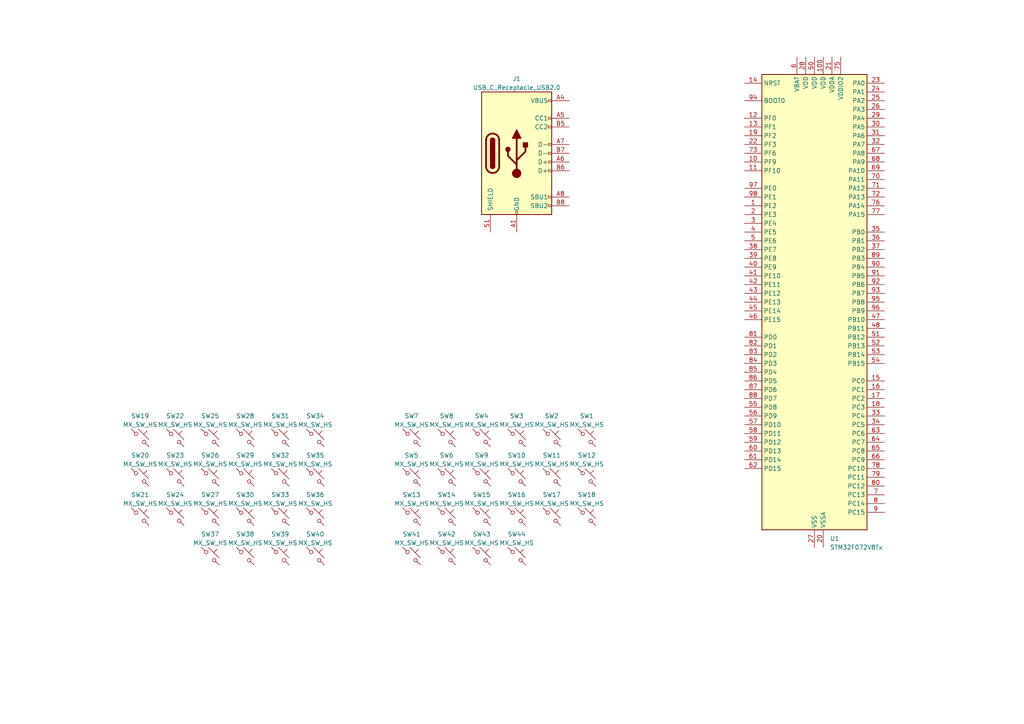
<source format=kicad_sch>
(kicad_sch (version 20230121) (generator eeschema)
  (paper "A4")
  (lib_symbols
    (symbol "Connector:USB_C_Receptacle_USB2.0" (pin_names (offset 1.016))
      (property "Reference" "J" (at -10.16 19.05 0))
      (property "Value" "USB_C_Receptacle_USB2.0" (at 19.05 19.05 0))
      (symbol "USB_C_Receptacle_USB2.0_0_0"
        (rectangle (start -0.254 -17.78) (end 0.254 -16.764))
        (rectangle (start 10.16 -14.986) (end 9.144 -15.494))
        (rectangle (start 10.16 -12.446) (end 9.144 -12.954))
        (rectangle (start 10.16 -4.826) (end 9.144 -5.334))
        (rectangle (start 10.16 -2.286) (end 9.144 -2.794))
        (rectangle (start 10.16 0.254) (end 9.144 -0.254))
        (rectangle (start 10.16 2.794) (end 9.144 2.286))
        (rectangle (start 10.16 7.874) (end 9.144 7.366))
        (rectangle (start 10.16 10.414) (end 9.144 9.906))
        (rectangle (start 10.16 15.494) (end 9.144 14.986))
      )
      (symbol "USB_C_Receptacle_USB2.0_0_1"
        (rectangle (start -10.16 17.78) (end 10.16 -17.78) (stroke (width 0.254)) (fill (type background)))
        (arc (start -8.89 -3.81) (mid -6.985 -5.7067) (end -5.08 -3.81) (stroke (width 0.508)))
        (arc (start -7.62 -3.81) (mid -6.985 -4.4423) (end -6.35 -3.81) (stroke (width 0.254)))
        (arc (start -7.62 -3.81) (mid -6.985 -4.4423) (end -6.35 -3.81) (stroke (width 0.254)) (fill (type outline)))
        (rectangle (start -7.62 -3.81) (end -6.35 3.81) (stroke (width 0.254)) (fill (type outline)))
        (arc (start -6.35 3.81) (mid -6.985 4.4423) (end -7.62 3.81) (stroke (width 0.254)))
        (arc (start -6.35 3.81) (mid -6.985 4.4423) (end -7.62 3.81) (stroke (width 0.254)) (fill (type outline)))
        (arc (start -5.08 3.81) (mid -6.985 5.7067) (end -8.89 3.81) (stroke (width 0.508)))
        (circle (center -2.54 1.143) (radius 0.635) (stroke (width 0.254)) (fill (type outline)))
        (circle (center 0 -5.842) (radius 1.27) (fill (type outline)))
        (polyline (pts (xy -8.89 -3.81) (xy -8.89 3.81)) (stroke (width 0.508)))
        (polyline (pts (xy -5.08 3.81) (xy -5.08 -3.81)) (stroke (width 0.508)))
        (polyline (pts (xy 0 -5.842) (xy 0 4.318)) (stroke (width 0.508)))
        (polyline (pts (xy 0 -3.302) (xy -2.54 -0.762) (xy -2.54 0.508)) (stroke (width 0.508)))
        (polyline (pts (xy 0 -2.032) (xy 2.54 0.508) (xy 2.54 1.778)) (stroke (width 0.508)))
        (polyline (pts (xy -1.27 4.318) (xy 0 6.858) (xy 1.27 4.318) (xy -1.27 4.318)) (stroke (width 0.254)) (fill (type outline)))
        (rectangle (start 1.905 1.778) (end 3.175 3.048) (stroke (width 0.254)) (fill (type outline)))
      )
      (symbol "USB_C_Receptacle_USB2.0_1_1"
        (pin passive line (at 0 -22.86 90) (length 5.08) (name "GND") (number "A1"))
        (pin passive line (at 0 -22.86 90) (length 5.08) hide (name "GND") (number "A12"))
        (pin passive line (at 15.24 15.24 180) (length 5.08) (name "VBUS") (number "A4"))
        (pin bidirectional line (at 15.24 10.16 180) (length 5.08) (name "CC1") (number "A5"))
        (pin bidirectional line (at 15.24 -2.54 180) (length 5.08) (name "D+") (number "A6"))
        (pin bidirectional line (at 15.24 2.54 180) (length 5.08) (name "D-") (number "A7"))
        (pin bidirectional line (at 15.24 -12.7 180) (length 5.08) (name "SBU1") (number "A8"))
        (pin passive line (at 15.24 15.24 180) (length 5.08) hide (name "VBUS") (number "A9"))
        (pin passive line (at 0 -22.86 90) (length 5.08) hide (name "GND") (number "B1"))
        (pin passive line (at 0 -22.86 90) (length 5.08) hide (name "GND") (number "B12"))
        (pin passive line (at 15.24 15.24 180) (length 5.08) hide (name "VBUS") (number "B4"))
        (pin bidirectional line (at 15.24 7.62 180) (length 5.08) (name "CC2") (number "B5"))
        (pin bidirectional line (at 15.24 -5.08 180) (length 5.08) (name "D+") (number "B6"))
        (pin bidirectional line (at 15.24 0 180) (length 5.08) (name "D-") (number "B7"))
        (pin bidirectional line (at 15.24 -15.24 180) (length 5.08) (name "SBU2") (number "B8"))
        (pin passive line (at 15.24 15.24 180) (length 5.08) hide (name "VBUS") (number "B9"))
        (pin passive line (at -7.62 -22.86 90) (length 5.08) (name "SHIELD") (number "S1"))
      )
    )
    (symbol "MCU_ST_STM32F0:STM32F072V8Tx"
      (property "Reference" "U" (at -15.24 67.31 0))
      (property "Value" "STM32F072V8Tx" (at 10.16 67.31 0))
      (symbol "STM32F072V8Tx_0_1"
        (rectangle (start -15.24 -66.04) (end 15.24 66.04) (stroke (width 0.254)) (fill (type background)))
      )
      (symbol "STM32F072V8Tx_1_1"
        (pin bidirectional line (at -20.32 27.94 0) (length 5.08) (name "PE2") (number "1"))
        (pin bidirectional line (at -20.32 40.64 0) (length 5.08) (name "PF9") (number "10"))
        (pin power_in line (at 2.54 71.12 270) (length 5.08) (name "VDD") (number "100"))
        (pin bidirectional line (at -20.32 38.1 0) (length 5.08) (name "PF10") (number "11"))
        (pin bidirectional line (at -20.32 53.34 0) (length 5.08) (name "PF0") (number "12"))
        (pin bidirectional line (at -20.32 50.8 0) (length 5.08) (name "PF1") (number "13"))
        (pin input line (at -20.32 63.5 0) (length 5.08) (name "NRST") (number "14"))
        (pin bidirectional line (at 20.32 -22.86 180) (length 5.08) (name "PC0") (number "15"))
        (pin bidirectional line (at 20.32 -25.4 180) (length 5.08) (name "PC1") (number "16"))
        (pin bidirectional line (at 20.32 -27.94 180) (length 5.08) (name "PC2") (number "17"))
        (pin bidirectional line (at 20.32 -30.48 180) (length 5.08) (name "PC3") (number "18"))
        (pin bidirectional line (at -20.32 48.26 0) (length 5.08) (name "PF2") (number "19"))
        (pin bidirectional line (at -20.32 25.4 0) (length 5.08) (name "PE3") (number "2"))
        (pin power_in line (at 2.54 -71.12 90) (length 5.08) (name "VSSA") (number "20"))
        (pin power_in line (at 5.08 71.12 270) (length 5.08) (name "VDDA") (number "21"))
        (pin bidirectional line (at -20.32 45.72 0) (length 5.08) (name "PF3") (number "22"))
        (pin bidirectional line (at 20.32 63.5 180) (length 5.08) (name "PA0") (number "23"))
        (pin bidirectional line (at 20.32 60.96 180) (length 5.08) (name "PA1") (number "24"))
        (pin bidirectional line (at 20.32 58.42 180) (length 5.08) (name "PA2") (number "25"))
        (pin bidirectional line (at 20.32 55.88 180) (length 5.08) (name "PA3") (number "26"))
        (pin power_in line (at 0 -71.12 90) (length 5.08) (name "VSS") (number "27"))
        (pin power_in line (at -2.54 71.12 270) (length 5.08) (name "VDD") (number "28"))
        (pin bidirectional line (at 20.32 53.34 180) (length 5.08) (name "PA4") (number "29"))
        (pin bidirectional line (at -20.32 22.86 0) (length 5.08) (name "PE4") (number "3"))
        (pin bidirectional line (at 20.32 50.8 180) (length 5.08) (name "PA5") (number "30"))
        (pin bidirectional line (at 20.32 48.26 180) (length 5.08) (name "PA6") (number "31"))
        (pin bidirectional line (at 20.32 45.72 180) (length 5.08) (name "PA7") (number "32"))
        (pin bidirectional line (at 20.32 -33.02 180) (length 5.08) (name "PC4") (number "33"))
        (pin bidirectional line (at 20.32 -35.56 180) (length 5.08) (name "PC5") (number "34"))
        (pin bidirectional line (at 20.32 20.32 180) (length 5.08) (name "PB0") (number "35"))
        (pin bidirectional line (at 20.32 17.78 180) (length 5.08) (name "PB1") (number "36"))
        (pin bidirectional line (at 20.32 15.24 180) (length 5.08) (name "PB2") (number "37"))
        (pin bidirectional line (at -20.32 15.24 0) (length 5.08) (name "PE7") (number "38"))
        (pin bidirectional line (at -20.32 12.7 0) (length 5.08) (name "PE8") (number "39"))
        (pin bidirectional line (at -20.32 20.32 0) (length 5.08) (name "PE5") (number "4"))
        (pin bidirectional line (at -20.32 10.16 0) (length 5.08) (name "PE9") (number "40"))
        (pin bidirectional line (at -20.32 7.62 0) (length 5.08) (name "PE10") (number "41"))
        (pin bidirectional line (at -20.32 5.08 0) (length 5.08) (name "PE11") (number "42"))
        (pin bidirectional line (at -20.32 2.54 0) (length 5.08) (name "PE12") (number "43"))
        (pin bidirectional line (at -20.32 0 0) (length 5.08) (name "PE13") (number "44"))
        (pin bidirectional line (at -20.32 -2.54 0) (length 5.08) (name "PE14") (number "45"))
        (pin bidirectional line (at -20.32 -5.08 0) (length 5.08) (name "PE15") (number "46"))
        (pin bidirectional line (at 20.32 -5.08 180) (length 5.08) (name "PB10") (number "47"))
        (pin bidirectional line (at 20.32 -7.62 180) (length 5.08) (name "PB11") (number "48"))
        (pin passive line (at 0 -71.12 90) (length 5.08) hide (name "VSS") (number "49"))
        (pin bidirectional line (at -20.32 17.78 0) (length 5.08) (name "PE6") (number "5"))
        (pin power_in line (at 0 71.12 270) (length 5.08) (name "VDD") (number "50"))
        (pin bidirectional line (at 20.32 -10.16 180) (length 5.08) (name "PB12") (number "51"))
        (pin bidirectional line (at 20.32 -12.7 180) (length 5.08) (name "PB13") (number "52"))
        (pin bidirectional line (at 20.32 -15.24 180) (length 5.08) (name "PB14") (number "53"))
        (pin bidirectional line (at 20.32 -17.78 180) (length 5.08) (name "PB15") (number "54"))
        (pin bidirectional line (at -20.32 -30.48 0) (length 5.08) (name "PD8") (number "55"))
        (pin bidirectional line (at -20.32 -33.02 0) (length 5.08) (name "PD9") (number "56"))
        (pin bidirectional line (at -20.32 -35.56 0) (length 5.08) (name "PD10") (number "57"))
        (pin bidirectional line (at -20.32 -38.1 0) (length 5.08) (name "PD11") (number "58"))
        (pin bidirectional line (at -20.32 -40.64 0) (length 5.08) (name "PD12") (number "59"))
        (pin power_in line (at -5.08 71.12 270) (length 5.08) (name "VBAT") (number "6"))
        (pin bidirectional line (at -20.32 -43.18 0) (length 5.08) (name "PD13") (number "60"))
        (pin bidirectional line (at -20.32 -45.72 0) (length 5.08) (name "PD14") (number "61"))
        (pin bidirectional line (at -20.32 -48.26 0) (length 5.08) (name "PD15") (number "62"))
        (pin bidirectional line (at 20.32 -38.1 180) (length 5.08) (name "PC6") (number "63"))
        (pin bidirectional line (at 20.32 -40.64 180) (length 5.08) (name "PC7") (number "64"))
        (pin bidirectional line (at 20.32 -43.18 180) (length 5.08) (name "PC8") (number "65"))
        (pin bidirectional line (at 20.32 -45.72 180) (length 5.08) (name "PC9") (number "66"))
        (pin bidirectional line (at 20.32 43.18 180) (length 5.08) (name "PA8") (number "67"))
        (pin bidirectional line (at 20.32 40.64 180) (length 5.08) (name "PA9") (number "68"))
        (pin bidirectional line (at 20.32 38.1 180) (length 5.08) (name "PA10") (number "69"))
        (pin bidirectional line (at 20.32 -55.88 180) (length 5.08) (name "PC13") (number "7"))
        (pin bidirectional line (at 20.32 35.56 180) (length 5.08) (name "PA11") (number "70"))
        (pin bidirectional line (at 20.32 33.02 180) (length 5.08) (name "PA12") (number "71"))
        (pin bidirectional line (at 20.32 30.48 180) (length 5.08) (name "PA13") (number "72"))
        (pin bidirectional line (at -20.32 43.18 0) (length 5.08) (name "PF6") (number "73"))
        (pin passive line (at 0 -71.12 90) (length 5.08) hide (name "VSS") (number "74"))
        (pin power_in line (at 7.62 71.12 270) (length 5.08) (name "VDDIO2") (number "75"))
        (pin bidirectional line (at 20.32 27.94 180) (length 5.08) (name "PA14") (number "76"))
        (pin bidirectional line (at 20.32 25.4 180) (length 5.08) (name "PA15") (number "77"))
        (pin bidirectional line (at 20.32 -48.26 180) (length 5.08) (name "PC10") (number "78"))
        (pin bidirectional line (at 20.32 -50.8 180) (length 5.08) (name "PC11") (number "79"))
        (pin bidirectional line (at 20.32 -58.42 180) (length 5.08) (name "PC14") (number "8"))
        (pin bidirectional line (at 20.32 -53.34 180) (length 5.08) (name "PC12") (number "80"))
        (pin bidirectional line (at -20.32 -10.16 0) (length 5.08) (name "PD0") (number "81"))
        (pin bidirectional line (at -20.32 -12.7 0) (length 5.08) (name "PD1") (number "82"))
        (pin bidirectional line (at -20.32 -15.24 0) (length 5.08) (name "PD2") (number "83"))
        (pin bidirectional line (at -20.32 -17.78 0) (length 5.08) (name "PD3") (number "84"))
        (pin bidirectional line (at -20.32 -20.32 0) (length 5.08) (name "PD4") (number "85"))
        (pin bidirectional line (at -20.32 -22.86 0) (length 5.08) (name "PD5") (number "86"))
        (pin bidirectional line (at -20.32 -25.4 0) (length 5.08) (name "PD6") (number "87"))
        (pin bidirectional line (at -20.32 -27.94 0) (length 5.08) (name "PD7") (number "88"))
        (pin bidirectional line (at 20.32 12.7 180) (length 5.08) (name "PB3") (number "89"))
        (pin bidirectional line (at 20.32 -60.96 180) (length 5.08) (name "PC15") (number "9"))
        (pin bidirectional line (at 20.32 10.16 180) (length 5.08) (name "PB4") (number "90"))
        (pin bidirectional line (at 20.32 7.62 180) (length 5.08) (name "PB5") (number "91"))
        (pin bidirectional line (at 20.32 5.08 180) (length 5.08) (name "PB6") (number "92"))
        (pin bidirectional line (at 20.32 2.54 180) (length 5.08) (name "PB7") (number "93"))
        (pin input line (at -20.32 58.42 0) (length 5.08) (name "BOOT0") (number "94"))
        (pin bidirectional line (at 20.32 0 180) (length 5.08) (name "PB8") (number "95"))
        (pin bidirectional line (at 20.32 -2.54 180) (length 5.08) (name "PB9") (number "96"))
        (pin bidirectional line (at -20.32 33.02 0) (length 5.08) (name "PE0") (number "97"))
        (pin bidirectional line (at -20.32 30.48 0) (length 5.08) (name "PE1") (number "98"))
        (pin passive line (at 0 -71.12 90) (length 5.08) hide (name "VSS") (number "99"))
      )
    )
    (symbol "marbastlib-mx:MX_SW_HS" (pin_numbers hide) (pin_names (offset 1.016) hide)
      (property "Reference" "SW" (at 3.048 1.016 0))
      (property "Value" "MX_SW_HS" (at 0 -3.81 0))
      (symbol "MX_SW_HS_0_1"
        (circle (center -1.1684 1.1684) (radius 0.508))
        (polyline (pts (xy -0.508 2.54) (xy 2.54 -0.508)))
        (polyline (pts (xy 1.016 1.016) (xy 2.032 2.032)))
        (polyline (pts (xy -2.54 2.54) (xy -1.524 1.524) (xy -1.524 1.524)))
        (polyline (pts (xy 1.524 -1.524) (xy 2.54 -2.54) (xy 2.54 -2.54) (xy 2.54 -2.54)))
        (circle (center 1.143 -1.1938) (radius 0.508))
        (pin passive line (at -2.54 2.54 0) (length 0) (name "1") (number "1"))
        (pin passive line (at 2.54 -2.54 180) (length 0) (name "2") (number "2"))
      )
    )
  )
  (symbol (lib_id "marbastlib-mx:MX_SW_HS") (at 119.38 127 0) (unit 1)
    (property "Reference" "SW7" (at 119.38 120.65 0))
    (property "Value" "MX_SW_HS" (at 119.38 123.19 0))
    (property "Footprint" "marbastlib-mx:SW_MX_HS_1u" (effects hide))
  )
  (symbol (lib_id "marbastlib-mx:MX_SW_HS") (at 139.7 161.29 0) (unit 1)
    (property "Reference" "SW43" (at 139.7 154.94 0))
    (property "Value" "MX_SW_HS" (at 139.7 157.48 0))
    (property "Footprint" "marbastlib-mx:SW_MX_HS_1u" (effects hide))
  )
  (symbol (lib_id "marbastlib-mx:MX_SW_HS") (at 170.18 127 0) (unit 1)
    (property "Reference" "SW1" (at 170.18 120.65 0))
    (property "Value" "MX_SW_HS" (at 170.18 123.19 0))
    (property "Footprint" "marbastlib-mx:SW_MX_HS_1u" (effects hide))
  )
  (symbol (lib_id "marbastlib-mx:MX_SW_HS") (at 50.8 149.86 0) (unit 1)
    (property "Reference" "SW24" (at 50.8 143.51 0))
    (property "Value" "MX_SW_HS" (at 50.8 146.05 0))
    (property "Footprint" "marbastlib-mx:SW_MX_HS_1u" (effects hide))
  )
  (symbol (lib_id "marbastlib-mx:MX_SW_HS") (at 129.54 127 0) (unit 1)
    (property "Reference" "SW8" (at 129.54 120.65 0))
    (property "Value" "MX_SW_HS" (at 129.54 123.19 0))
    (property "Footprint" "marbastlib-mx:SW_MX_HS_1u" (effects hide))
  )
  (symbol (lib_id "marbastlib-mx:MX_SW_HS") (at 91.44 138.43 0) (unit 1)
    (property "Reference" "SW35" (at 91.44 132.08 0))
    (property "Value" "MX_SW_HS" (at 91.44 134.62 0))
    (property "Footprint" "marbastlib-mx:SW_MX_HS_1u" (effects hide))
  )
  (symbol (lib_id "marbastlib-mx:MX_SW_HS") (at 129.54 161.29 0) (unit 1)
    (property "Reference" "SW42" (at 129.54 154.94 0))
    (property "Value" "MX_SW_HS" (at 129.54 157.48 0))
    (property "Footprint" "marbastlib-mx:SW_MX_HS_1u" (effects hide))
  )
  (symbol (lib_id "marbastlib-mx:MX_SW_HS") (at 71.12 138.43 0) (unit 1)
    (property "Reference" "SW29" (at 71.12 132.08 0))
    (property "Value" "MX_SW_HS" (at 71.12 134.62 0))
    (property "Footprint" "marbastlib-mx:SW_MX_HS_1u" (effects hide))
  )
  (symbol (lib_id "marbastlib-mx:MX_SW_HS") (at 129.54 138.43 0) (unit 1)
    (property "Reference" "SW6" (at 129.54 132.08 0))
    (property "Value" "MX_SW_HS" (at 129.54 134.62 0))
    (property "Footprint" "marbastlib-mx:SW_MX_HS_1u" (effects hide))
  )
  (symbol (lib_id "marbastlib-mx:MX_SW_HS") (at 160.02 138.43 0) (unit 1)
    (property "Reference" "SW11" (at 160.02 132.08 0))
    (property "Value" "MX_SW_HS" (at 160.02 134.62 0))
    (property "Footprint" "marbastlib-mx:SW_MX_HS_1u" (effects hide))
  )
  (symbol (lib_id "marbastlib-mx:MX_SW_HS") (at 139.7 149.86 0) (unit 1)
    (property "Reference" "SW15" (at 139.7 143.51 0))
    (property "Value" "MX_SW_HS" (at 139.7 146.05 0))
    (property "Footprint" "marbastlib-mx:SW_MX_HS_1u" (effects hide))
  )
  (symbol (lib_id "marbastlib-mx:MX_SW_HS") (at 71.12 149.86 0) (unit 1)
    (property "Reference" "SW30" (at 71.12 143.51 0))
    (property "Value" "MX_SW_HS" (at 71.12 146.05 0))
    (property "Footprint" "marbastlib-mx:SW_MX_HS_1u" (effects hide))
  )
  (symbol (lib_id "marbastlib-mx:MX_SW_HS") (at 81.28 127 0) (unit 1)
    (property "Reference" "SW31" (at 81.28 120.65 0))
    (property "Value" "MX_SW_HS" (at 81.28 123.19 0))
    (property "Footprint" "marbastlib-mx:SW_MX_HS_1u" (effects hide))
  )
  (symbol (lib_id "marbastlib-mx:MX_SW_HS") (at 160.02 149.86 0) (unit 1)
    (property "Reference" "SW17" (at 160.02 143.51 0))
    (property "Value" "MX_SW_HS" (at 160.02 146.05 0))
    (property "Footprint" "marbastlib-mx:SW_MX_HS_1u" (effects hide))
  )
  (symbol (lib_id "marbastlib-mx:MX_SW_HS") (at 149.86 161.29 0) (unit 1)
    (property "Reference" "SW44" (at 149.86 154.94 0))
    (property "Value" "MX_SW_HS" (at 149.86 157.48 0))
    (property "Footprint" "marbastlib-mx:SW_MX_HS_1u" (effects hide))
  )
  (symbol (lib_id "marbastlib-mx:MX_SW_HS") (at 40.64 127 0) (unit 1)
    (property "Reference" "SW19" (at 40.64 120.65 0))
    (property "Value" "MX_SW_HS" (at 40.64 123.19 0))
    (property "Footprint" "marbastlib-mx:SW_MX_HS_1u" (effects hide))
  )
  (symbol (lib_id "Connector:USB_C_Receptacle_USB2.0") (at 149.86 44.45 0) (unit 1)
    (property "Reference" "J1" (at 149.86 22.86 0))
    (property "Value" "USB_C_Receptacle_USB2.0" (at 149.86 25.4 0))
    (property "Datasheet" "https://www.usb.org/sites/default/files/documents/usb_type-c.zip" (effects hide))
  )
  (symbol (lib_id "marbastlib-mx:MX_SW_HS") (at 50.8 127 0) (unit 1)
    (property "Reference" "SW22" (at 50.8 120.65 0))
    (property "Value" "MX_SW_HS" (at 50.8 123.19 0))
    (property "Footprint" "marbastlib-mx:SW_MX_HS_1u" (effects hide))
  )
  (symbol (lib_id "marbastlib-mx:MX_SW_HS") (at 139.7 138.43 0) (unit 1)
    (property "Reference" "SW9" (at 139.7 132.08 0))
    (property "Value" "MX_SW_HS" (at 139.7 134.62 0))
    (property "Footprint" "marbastlib-mx:SW_MX_HS_1u" (effects hide))
  )
  (symbol (lib_id "marbastlib-mx:MX_SW_HS") (at 60.96 127 0) (unit 1)
    (property "Reference" "SW25" (at 60.96 120.65 0))
    (property "Value" "MX_SW_HS" (at 60.96 123.19 0))
    (property "Footprint" "marbastlib-mx:SW_MX_HS_1u" (effects hide))
  )
  (symbol (lib_id "marbastlib-mx:MX_SW_HS") (at 119.38 149.86 0) (unit 1)
    (property "Reference" "SW13" (at 119.38 143.51 0))
    (property "Value" "MX_SW_HS" (at 119.38 146.05 0))
    (property "Footprint" "marbastlib-mx:SW_MX_HS_1u" (effects hide))
  )
  (symbol (lib_id "marbastlib-mx:MX_SW_HS") (at 91.44 161.29 0) (unit 1)
    (property "Reference" "SW40" (at 91.44 154.94 0))
    (property "Value" "MX_SW_HS" (at 91.44 157.48 0))
    (property "Footprint" "marbastlib-mx:SW_MX_HS_1u" (effects hide))
  )
  (symbol (lib_id "marbastlib-mx:MX_SW_HS") (at 60.96 161.29 0) (unit 1)
    (property "Reference" "SW37" (at 60.96 154.94 0))
    (property "Value" "MX_SW_HS" (at 60.96 157.48 0))
    (property "Footprint" "marbastlib-mx:SW_MX_HS_1u" (effects hide))
  )
  (symbol (lib_id "marbastlib-mx:MX_SW_HS") (at 40.64 149.86 0) (unit 1)
    (property "Reference" "SW21" (at 40.64 143.51 0))
    (property "Value" "MX_SW_HS" (at 40.64 146.05 0))
    (property "Footprint" "marbastlib-mx:SW_MX_HS_1u" (effects hide))
  )
  (symbol (lib_id "marbastlib-mx:MX_SW_HS") (at 40.64 138.43 0) (unit 1)
    (property "Reference" "SW20" (at 40.64 132.08 0))
    (property "Value" "MX_SW_HS" (at 40.64 134.62 0))
    (property "Footprint" "marbastlib-mx:SW_MX_HS_1u" (effects hide))
  )
  (symbol (lib_id "marbastlib-mx:MX_SW_HS") (at 149.86 149.86 0) (unit 1)
    (property "Reference" "SW16" (at 149.86 143.51 0))
    (property "Value" "MX_SW_HS" (at 149.86 146.05 0))
    (property "Footprint" "marbastlib-mx:SW_MX_HS_1u" (effects hide))
  )
  (symbol (lib_id "marbastlib-mx:MX_SW_HS") (at 71.12 161.29 0) (unit 1)
    (property "Reference" "SW38" (at 71.12 154.94 0))
    (property "Value" "MX_SW_HS" (at 71.12 157.48 0))
    (property "Footprint" "marbastlib-mx:SW_MX_HS_1u" (effects hide))
  )
  (symbol (lib_id "marbastlib-mx:MX_SW_HS") (at 91.44 127 0) (unit 1)
    (property "Reference" "SW34" (at 91.44 120.65 0))
    (property "Value" "MX_SW_HS" (at 91.44 123.19 0))
    (property "Footprint" "marbastlib-mx:SW_MX_HS_1u" (effects hide))
  )
  (symbol (lib_id "marbastlib-mx:MX_SW_HS") (at 119.38 161.29 0) (unit 1)
    (property "Reference" "SW41" (at 119.38 154.94 0))
    (property "Value" "MX_SW_HS" (at 119.38 157.48 0))
    (property "Footprint" "marbastlib-mx:SW_MX_HS_1u" (effects hide))
  )
  (symbol (lib_id "marbastlib-mx:MX_SW_HS") (at 60.96 149.86 0) (unit 1)
    (property "Reference" "SW27" (at 60.96 143.51 0))
    (property "Value" "MX_SW_HS" (at 60.96 146.05 0))
    (property "Footprint" "marbastlib-mx:SW_MX_HS_1u" (effects hide))
  )
  (symbol (lib_id "marbastlib-mx:MX_SW_HS") (at 71.12 127 0) (unit 1)
    (property "Reference" "SW28" (at 71.12 120.65 0))
    (property "Value" "MX_SW_HS" (at 71.12 123.19 0))
    (property "Footprint" "marbastlib-mx:SW_MX_HS_1u" (effects hide))
  )
  (symbol (lib_id "marbastlib-mx:MX_SW_HS") (at 60.96 138.43 0) (unit 1)
    (property "Reference" "SW26" (at 60.96 132.08 0))
    (property "Value" "MX_SW_HS" (at 60.96 134.62 0))
    (property "Footprint" "marbastlib-mx:SW_MX_HS_1u" (effects hide))
  )
  (symbol (lib_id "marbastlib-mx:MX_SW_HS") (at 129.54 149.86 0) (unit 1)
    (property "Reference" "SW14" (at 129.54 143.51 0))
    (property "Value" "MX_SW_HS" (at 129.54 146.05 0))
    (property "Footprint" "marbastlib-mx:SW_MX_HS_1u" (effects hide))
  )
  (symbol (lib_id "marbastlib-mx:MX_SW_HS") (at 81.28 161.29 0) (unit 1)
    (property "Reference" "SW39" (at 81.28 154.94 0))
    (property "Value" "MX_SW_HS" (at 81.28 157.48 0))
    (property "Footprint" "marbastlib-mx:SW_MX_HS_1u" (effects hide))
  )
  (symbol (lib_id "MCU_ST_STM32F0:STM32F072V8Tx") (at 236.22 87.63 0) (unit 1)
    (property "Reference" "U1" (at 240.7159 156.21 0) (effects (justify left)))
    (property "Value" "STM32F072V8Tx" (at 240.7159 158.75 0) (effects (justify left)))
    (property "Footprint" "Package_QFP:LQFP-100_14x14mm_P0.5mm" (effects hide))
    (property "Datasheet" "https://www.st.com/resource/en/datasheet/stm32f072v8.pdf" (effects hide))
  )
  (symbol (lib_id "marbastlib-mx:MX_SW_HS") (at 170.18 149.86 0) (unit 1)
    (property "Reference" "SW18" (at 170.18 143.51 0))
    (property "Value" "MX_SW_HS" (at 170.18 146.05 0))
    (property "Footprint" "marbastlib-mx:SW_MX_HS_1u" (effects hide))
  )
  (symbol (lib_id "marbastlib-mx:MX_SW_HS") (at 81.28 149.86 0) (unit 1)
    (property "Reference" "SW33" (at 81.28 143.51 0))
    (property "Value" "MX_SW_HS" (at 81.28 146.05 0))
    (property "Footprint" "marbastlib-mx:SW_MX_HS_1u" (effects hide))
  )
  (symbol (lib_id "marbastlib-mx:MX_SW_HS") (at 149.86 138.43 0) (unit 1)
    (property "Reference" "SW10" (at 149.86 132.08 0))
    (property "Value" "MX_SW_HS" (at 149.86 134.62 0))
    (property "Footprint" "marbastlib-mx:SW_MX_HS_1u" (effects hide))
  )
  (symbol (lib_id "marbastlib-mx:MX_SW_HS") (at 149.86 127 0) (unit 1)
    (property "Reference" "SW3" (at 149.86 120.65 0))
    (property "Value" "MX_SW_HS" (at 149.86 123.19 0))
    (property "Footprint" "marbastlib-mx:SW_MX_HS_1u" (effects hide))
  )
  (symbol (lib_id "marbastlib-mx:MX_SW_HS") (at 170.18 138.43 0) (unit 1)
    (property "Reference" "SW12" (at 170.18 132.08 0))
    (property "Value" "MX_SW_HS" (at 170.18 134.62 0))
    (property "Footprint" "marbastlib-mx:SW_MX_HS_1u" (effects hide))
  )
  (symbol (lib_id "marbastlib-mx:MX_SW_HS") (at 160.02 127 0) (unit 1)
    (property "Reference" "SW2" (at 160.02 120.65 0))
    (property "Value" "MX_SW_HS" (at 160.02 123.19 0))
    (property "Footprint" "marbastlib-mx:SW_MX_HS_1u" (effects hide))
  )
  (symbol (lib_id "marbastlib-mx:MX_SW_HS") (at 91.44 149.86 0) (unit 1)
    (property "Reference" "SW36" (at 91.44 143.51 0))
    (property "Value" "MX_SW_HS" (at 91.44 146.05 0))
    (property "Footprint" "marbastlib-mx:SW_MX_HS_1u" (effects hide))
  )
  (symbol (lib_id "marbastlib-mx:MX_SW_HS") (at 50.8 138.43 0) (unit 1)
    (property "Reference" "SW23" (at 50.8 132.08 0))
    (property "Value" "MX_SW_HS" (at 50.8 134.62 0))
    (property "Footprint" "marbastlib-mx:SW_MX_HS_1u" (effects hide))
  )
  (symbol (lib_id "marbastlib-mx:MX_SW_HS") (at 119.38 138.43 0) (unit 1)
    (property "Reference" "SW5" (at 119.38 132.08 0))
    (property "Value" "MX_SW_HS" (at 119.38 134.62 0))
    (property "Footprint" "marbastlib-mx:SW_MX_HS_1u" (effects hide))
  )
  (symbol (lib_id "marbastlib-mx:MX_SW_HS") (at 81.28 138.43 0) (unit 1)
    (property "Reference" "SW32" (at 81.28 132.08 0))
    (property "Value" "MX_SW_HS" (at 81.28 134.62 0))
    (property "Footprint" "marbastlib-mx:SW_MX_HS_1u" (effects hide))
  )
  (symbol (lib_id "marbastlib-mx:MX_SW_HS") (at 139.7 127 0) (unit 1)
    (property "Reference" "SW4" (at 139.7 120.65 0))
    (property "Value" "MX_SW_HS" (at 139.7 123.19 0))
    (property "Footprint" "marbastlib-mx:SW_MX_HS_1u" (effects hide))
  )
)
</source>
